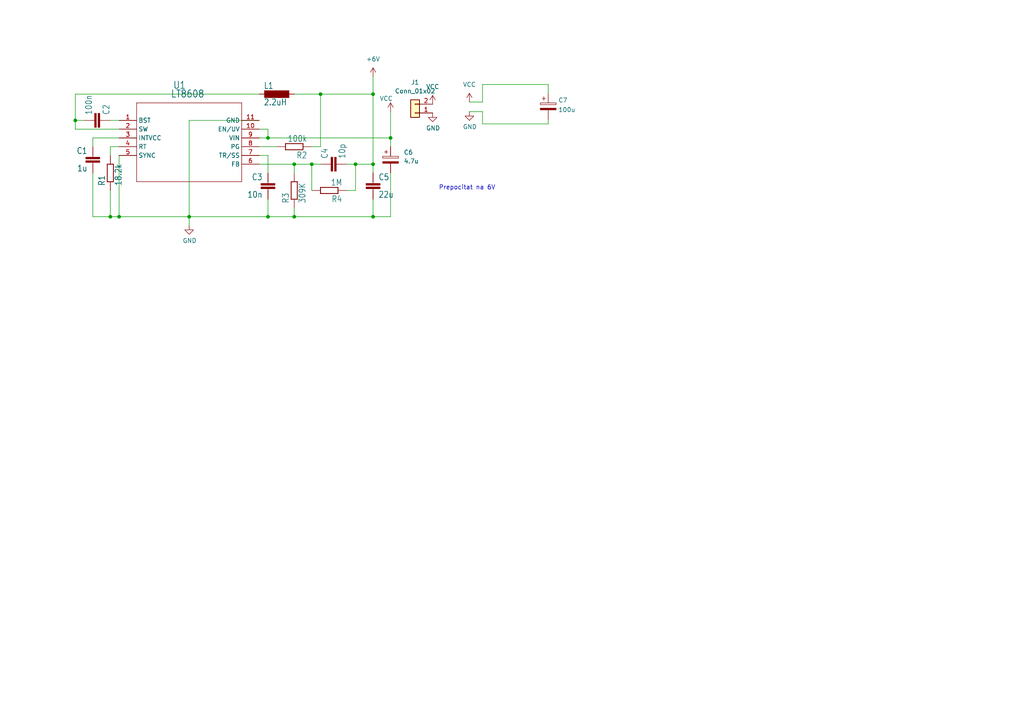
<source format=kicad_sch>
(kicad_sch (version 20230121) (generator eeschema)
  (paper "A4")
  (lib_symbols
    (symbol "Connector_Generic:Conn_01x02" (pin_names (offset 1.016) hide)
      (property "Reference" "J" (at 0 2.54 0))
      (property "Value" "Conn_01x02" (at 0 -5.08 0))
      (symbol "Conn_01x02_1_1"
        (rectangle (start -1.27 -2.413) (end 0 -2.667) (stroke (width 0.1524)))
        (rectangle (start -1.27 0.127) (end 0 -0.127) (stroke (width 0.1524)))
        (rectangle (start -1.27 1.27) (end 1.27 -3.81) (stroke (width 0.254)) (fill (type background)))
        (pin passive line (at -5.08 0 0) (length 3.81) (name "Pin_1") (number "1"))
        (pin passive line (at -5.08 -2.54 0) (length 3.81) (name "Pin_2") (number "2"))
      )
    )
    (symbol "Device:C_Polarized" (pin_numbers hide) (pin_names (offset 0.254))
      (property "Reference" "C" (at 0.635 2.54 0))
      (property "Value" "C_Polarized" (at 0.635 -2.54 0))
      (symbol "C_Polarized_0_1"
        (rectangle (start -2.286 0.508) (end 2.286 1.016))
        (polyline (pts (xy -1.778 2.286) (xy -0.762 2.286)))
        (polyline (pts (xy -1.27 2.794) (xy -1.27 1.778)))
        (rectangle (start 2.286 -0.508) (end -2.286 -1.016) (fill (type outline)))
      )
      (symbol "C_Polarized_1_1"
        (pin passive line (at 0 3.81 270) (length 2.794) (name "~") (number "1"))
        (pin passive line (at 0 -3.81 90) (length 2.794) (name "~") (number "2"))
      )
    )
    (symbol "RC_station1_3-eagle-import:C-EUC0603K"
      (property "Reference" "C" (at 1.524 0.381 0))
      (property "Value" "C-EUC0603K" (at 1.524 -4.699 0))
      (symbol "C-EUC0603K_1_0"
        (rectangle (start -2.032 -2.032) (end 2.032 -1.524) (fill (type outline)))
        (rectangle (start -2.032 -1.016) (end 2.032 -0.508) (fill (type outline)))
        (polyline (pts (xy 0 -2.54) (xy 0 -2.032)) (stroke (width 0.1524)))
        (polyline (pts (xy 0 0) (xy 0 -0.508)) (stroke (width 0.1524)))
        (pin passive line (at 0 2.54 270) (length 2.54) (name "1") (number "1"))
        (pin passive line (at 0 -5.08 90) (length 2.54) (name "2") (number "2"))
      )
    )
    (symbol "RC_station1_3-eagle-import:C-EUC1206K"
      (property "Reference" "C" (at 1.524 0.381 0))
      (property "Value" "C-EUC1206K" (at 1.524 -4.699 0))
      (symbol "C-EUC1206K_1_0"
        (rectangle (start -2.032 -2.032) (end 2.032 -1.524) (fill (type outline)))
        (rectangle (start -2.032 -1.016) (end 2.032 -0.508) (fill (type outline)))
        (polyline (pts (xy 0 -2.54) (xy 0 -2.032)) (stroke (width 0.1524)))
        (polyline (pts (xy 0 0) (xy 0 -0.508)) (stroke (width 0.1524)))
        (pin passive line (at 0 2.54 270) (length 2.54) (name "1") (number "1"))
        (pin passive line (at 0 -5.08 90) (length 2.54) (name "2") (number "2"))
      )
    )
    (symbol "RC_station1_3-eagle-import:L-EUL3225M"
      (property "Reference" "L" (at -1.4986 -3.81 90))
      (property "Value" "L-EUL3225M" (at 3.302 -3.81 90))
      (symbol "L-EUL3225M_1_0"
        (rectangle (start -1.016 -3.556) (end 1.016 3.556) (fill (type outline)))
        (pin passive line (at 0 5.08 270) (length 2.54) (name "1") (number "1"))
        (pin passive line (at 0 -5.08 90) (length 2.54) (name "2") (number "2"))
      )
    )
    (symbol "RC_station1_3-eagle-import:LT8608"
      (property "Value" "LT8608" (at -5.3594 11.6586 0))
      (symbol "LT8608_1_0"
        (polyline (pts (xy -15.24 -12.7) (xy 15.24 -12.7)) (stroke (width 0.1524)))
        (polyline (pts (xy -15.24 10.16) (xy -15.24 -12.7)) (stroke (width 0.1524)))
        (polyline (pts (xy 15.24 -12.7) (xy 15.24 10.16)) (stroke (width 0.1524)))
        (polyline (pts (xy 15.24 10.16) (xy -15.24 10.16)) (stroke (width 0.1524)))
        (pin input line (at -20.32 5.08 0) (length 5.08) (name "BST") (number "1"))
        (pin passive line (at 20.32 2.54 180) (length 5.08) (name "EN/UV") (number "10"))
        (pin power_in line (at 20.32 5.08 180) (length 5.08) (name "GND") (number "11"))
        (pin output line (at -20.32 2.54 0) (length 5.08) (name "SW") (number "2"))
        (pin passive line (at -20.32 0 0) (length 5.08) (name "INTVCC") (number "3"))
        (pin passive line (at -20.32 -2.54 0) (length 5.08) (name "RT") (number "4"))
        (pin input line (at -20.32 -5.08 0) (length 5.08) (name "SYNC") (number "5"))
        (pin passive line (at 20.32 -7.62 180) (length 5.08) (name "FB") (number "6"))
        (pin output line (at 20.32 -5.08 180) (length 5.08) (name "TR/SS") (number "7"))
        (pin output line (at 20.32 -2.54 180) (length 5.08) (name "PG") (number "8"))
        (pin input line (at 20.32 0 180) (length 5.08) (name "VIN") (number "9"))
      )
    )
    (symbol "RC_station1_3-eagle-import:R-EU_R0603"
      (property "Reference" "R" (at -3.81 1.4986 0))
      (property "Value" "R-EU_R0603" (at -3.81 -3.302 0))
      (symbol "R-EU_R0603_1_0"
        (polyline (pts (xy -2.54 -0.889) (xy -2.54 0.889)) (stroke (width 0.254)))
        (polyline (pts (xy -2.54 -0.889) (xy 2.54 -0.889)) (stroke (width 0.254)))
        (polyline (pts (xy 2.54 -0.889) (xy 2.54 0.889)) (stroke (width 0.254)))
        (polyline (pts (xy 2.54 0.889) (xy -2.54 0.889)) (stroke (width 0.254)))
        (pin passive line (at -5.08 0 0) (length 2.54) (name "1") (number "1"))
        (pin passive line (at 5.08 0 180) (length 2.54) (name "2") (number "2"))
      )
    )
    (symbol "power:+6V" (power) (pin_names (offset 0))
      (property "Value" "+6V" (at 0 3.556 0))
      (symbol "+6V_0_1"
        (polyline (pts (xy -0.762 1.27) (xy 0 2.54)))
        (polyline (pts (xy 0 0) (xy 0 2.54)))
        (polyline (pts (xy 0 2.54) (xy 0.762 1.27)))
      )
      (symbol "+6V_1_1"
        (pin power_in line (at 0 0 90) (length 0) hide (name "+6V") (number "1"))
      )
    )
    (symbol "power:GND" (power) (pin_names (offset 0))
      (property "Value" "GND" (at 0 -3.81 0))
      (symbol "GND_0_1"
        (polyline (pts (xy 0 0) (xy 0 -1.27) (xy 1.27 -1.27) (xy 0 -2.54) (xy -1.27 -1.27) (xy 0 -1.27)))
      )
      (symbol "GND_1_1"
        (pin power_in line (at 0 0 270) (length 0) hide (name "GND") (number "1"))
      )
    )
    (symbol "power:VCC" (power) (pin_names (offset 0))
      (property "Value" "VCC" (at 0 3.81 0))
      (symbol "VCC_0_1"
        (polyline (pts (xy -0.762 1.27) (xy 0 2.54)))
        (polyline (pts (xy 0 0) (xy 0 2.54)))
        (polyline (pts (xy 0 2.54) (xy 0.762 1.27)))
      )
      (symbol "VCC_1_1"
        (pin power_in line (at 0 0 90) (length 0) hide (name "VCC") (number "1"))
      )
    )
  )
  (junction (at 34.544 62.865))
  (junction (at 92.964 27.305))
  (junction (at 108.204 47.625))
  (junction (at 113.284 40.005))
  (junction (at 103.124 47.625))
  (junction (at 21.844 34.925))
  (junction (at 108.204 62.865))
  (junction (at 85.344 62.865))
  (junction (at 108.204 27.305))
  (junction (at 85.344 47.625))
  (junction (at 90.424 47.625))
  (junction (at 77.724 62.865))
  (junction (at 32.004 62.865))
  (junction (at 54.864 62.865))
  (junction (at 77.724 40.005))
  (wire (pts (xy 34.544 42.545) (xy 32.004 42.545)))
  (wire (pts (xy 108.204 27.305) (xy 108.204 22.225)))
  (wire (pts (xy 26.924 62.865) (xy 32.004 62.865)))
  (wire (pts (xy 90.424 47.625) (xy 92.964 47.625)))
  (wire (pts (xy 113.284 62.865) (xy 108.204 62.865)))
  (wire (pts (xy 139.954 35.941) (xy 159.004 35.941)))
  (wire (pts (xy 54.864 62.865) (xy 54.864 65.405)))
  (wire (pts (xy 108.204 47.625) (xy 108.204 27.305)))
  (wire (pts (xy 75.184 37.465) (xy 77.724 37.465)))
  (wire (pts (xy 77.724 62.865) (xy 54.864 62.865)))
  (wire (pts (xy 108.204 57.785) (xy 108.204 62.865)))
  (wire (pts (xy 92.964 27.305) (xy 108.204 27.305)))
  (wire (pts (xy 103.124 47.625) (xy 108.204 47.625)))
  (wire (pts (xy 159.004 27.051) (xy 159.004 24.511)))
  (wire (pts (xy 32.004 34.925) (xy 34.544 34.925)))
  (wire (pts (xy 26.924 50.165) (xy 26.924 62.865)))
  (wire (pts (xy 77.724 40.005) (xy 113.284 40.005)))
  (wire (pts (xy 136.144 29.591) (xy 139.954 29.591)))
  (wire (pts (xy 113.284 40.005) (xy 113.284 32.385)))
  (wire (pts (xy 85.344 62.865) (xy 77.724 62.865)))
  (wire (pts (xy 24.384 34.925) (xy 21.844 34.925)))
  (wire (pts (xy 54.864 34.925) (xy 54.864 62.865)))
  (wire (pts (xy 108.204 62.865) (xy 85.344 62.865)))
  (wire (pts (xy 139.954 32.385) (xy 139.954 35.941)))
  (wire (pts (xy 32.004 62.865) (xy 34.544 62.865)))
  (wire (pts (xy 77.724 37.465) (xy 77.724 40.005)))
  (wire (pts (xy 100.584 47.625) (xy 103.124 47.625)))
  (wire (pts (xy 85.344 47.625) (xy 85.344 50.165)))
  (wire (pts (xy 77.724 40.005) (xy 75.184 40.005)))
  (wire (pts (xy 92.964 42.545) (xy 92.964 27.305)))
  (wire (pts (xy 26.924 40.005) (xy 26.924 42.545)))
  (wire (pts (xy 21.844 27.305) (xy 75.184 27.305)))
  (wire (pts (xy 77.724 45.085) (xy 77.724 50.165)))
  (wire (pts (xy 77.724 57.785) (xy 77.724 62.865)))
  (wire (pts (xy 32.004 42.545) (xy 32.004 45.085)))
  (wire (pts (xy 108.204 47.625) (xy 108.204 50.165)))
  (wire (pts (xy 136.144 32.385) (xy 139.954 32.385)))
  (wire (pts (xy 32.004 55.245) (xy 32.004 62.865)))
  (wire (pts (xy 139.954 24.511) (xy 159.004 24.511)))
  (wire (pts (xy 75.184 42.545) (xy 80.264 42.545)))
  (wire (pts (xy 75.184 34.925) (xy 54.864 34.925)))
  (wire (pts (xy 103.124 47.625) (xy 103.124 55.245)))
  (wire (pts (xy 159.004 35.941) (xy 159.004 34.671)))
  (wire (pts (xy 90.424 47.625) (xy 90.424 55.245)))
  (wire (pts (xy 21.844 37.465) (xy 21.844 34.925)))
  (wire (pts (xy 85.344 60.325) (xy 85.344 62.865)))
  (wire (pts (xy 92.964 27.305) (xy 85.344 27.305)))
  (wire (pts (xy 113.284 42.545) (xy 113.284 40.005)))
  (wire (pts (xy 34.544 62.865) (xy 54.864 62.865)))
  (wire (pts (xy 113.284 50.165) (xy 113.284 62.865)))
  (wire (pts (xy 103.124 55.245) (xy 100.584 55.245)))
  (wire (pts (xy 139.954 29.591) (xy 139.954 24.511)))
  (wire (pts (xy 34.544 45.085) (xy 34.544 62.865)))
  (wire (pts (xy 34.544 40.005) (xy 26.924 40.005)))
  (wire (pts (xy 21.844 34.925) (xy 21.844 27.305)))
  (wire (pts (xy 75.184 45.085) (xy 77.724 45.085)))
  (wire (pts (xy 85.344 47.625) (xy 90.424 47.625)))
  (wire (pts (xy 90.424 42.545) (xy 92.964 42.545)))
  (wire (pts (xy 75.184 47.625) (xy 85.344 47.625)))
  (wire (pts (xy 34.544 37.465) (xy 21.844 37.465)))
  (text "Prepocitat na 6V\n" (at 127.254 55.245 0) (effects (font (size 1.27 1.27)) (justify left bottom)))
  (symbol (lib_id "RC_station1_3-eagle-import:L-EUL3225M") (at 80.264 27.305 270) (unit 1)
    (property "Reference" "L1" (at 76.454 25.8064 90) (effects (font (size 1.778 1.5113)) (justify left bottom)))
    (property "Value" "2.2uH" (at 76.454 30.607 90) (effects (font (size 1.778 1.5113)) (justify left bottom)))
    (property "Footprint" "Inductor_SMD:L_1210_3225Metric" (effects hide))
    (property "JLC" "1210" (effects hide))
    (property "LCSC" "C80783" (effects hide))
    (property "Mfr Part Number (Input)" "LQH32CN2R2M23L" (effects hide))
  )
  (symbol (lib_id "Device:C_Polarized") (at 159.004 30.861 0) (unit 1)
    (property "Reference" "C7" (at 161.925 29.0635 0) (effects (justify left)))
    (property "Value" "100u" (at 161.925 31.8386 0) (effects (justify left)))
    (property "Footprint" "Capacitor_SMD:CP_Elec_6.3x7.7" (effects hide))
    (property "JLC" "6.3x7.7" (effects hide))
    (property "Mfr Part Number (Input)" "EEE-FKV101XAL" (effects hide))
    (property "LCSC" "C1881592" (effects hide))
  )
  (symbol (lib_id "power:GND") (at 136.144 32.385 0) (unit 1)
    (property "Reference" "#PWR07" (effects hide))
    (property "Value" "GND" (at 136.271 36.7792 0))
  )
  (symbol (lib_id "RC_station1_3-eagle-import:LT8608") (at 54.864 40.005 0) (unit 1)
    (property "Reference" "U1" (at 50.1396 25.8064 0) (effects (font (size 2.0828 1.7703)) (justify left bottom)))
    (property "Value" "LT8608" (at 49.5046 28.3464 0) (effects (font (size 2.0828 1.7703)) (justify left bottom)))
    (property "Footprint" "Package_SO:MSOP-10-1EP_3x3mm_P0.5mm_EP1.68x1.88mm" (effects hide))
    (property "JLC" "MSOP-10-EP" (effects hide))
    (property "LCSC" "C580300" (effects hide))
    (property "Mfr Part Number (Input)" "LT8608IMSE#PBF" (effects hide))
  )
  (symbol (lib_id "Connector_Generic:Conn_01x02") (at 120.396 32.766 180) (unit 1)
    (property "Reference" "J1" (at 120.396 23.876 0))
    (property "Value" "Conn_01x02" (at 120.396 26.416 0))
    (property "Footprint" "Connector_AMASS:AMASS_XT60-F_1x02_P7.20mm_Vertical" (effects hide))
  )
  (symbol (lib_id "RC_station1_3-eagle-import:R-EU_R0603") (at 85.344 42.545 180) (unit 1)
    (property "Reference" "R2" (at 89.154 44.0436 0) (effects (font (size 1.778 1.5113)) (justify left bottom)))
    (property "Value" "100k" (at 89.154 39.243 0) (effects (font (size 1.778 1.5113)) (justify left bottom)))
    (property "Footprint" "Resistor_SMD:R_0603_1608Metric" (effects hide))
    (property "JLC" "0603" (effects hide))
    (property "LCSC" "C844916" (effects hide))
    (property "Mfr Part Number (Input)" "CRCW0603100KFKEA" (effects hide))
  )
  (symbol (lib_id "RC_station1_3-eagle-import:C-EUC0603K") (at 77.724 52.705 0) (mirror y) (unit 1)
    (property "Reference" "C3" (at 76.2 52.324 0) (effects (font (size 1.778 1.5113)) (justify left bottom)))
    (property "Value" "10n" (at 76.2 57.404 0) (effects (font (size 1.778 1.5113)) (justify left bottom)))
    (property "Footprint" "Capacitor_SMD:C_0603_1608Metric" (effects hide))
    (property "JLC" "0603" (effects hide))
    (property "LCSC" "C2167111" (effects hide))
    (property "Mfr Part Number (Input)" "CGA3E2X7R1H103K080AA" (effects hide))
  )
  (symbol (lib_id "RC_station1_3-eagle-import:R-EU_R0603") (at 85.344 55.245 90) (unit 1)
    (property "Reference" "R3" (at 83.8454 59.055 0) (effects (font (size 1.778 1.5113)) (justify left bottom)))
    (property "Value" "309K" (at 88.646 59.055 0) (effects (font (size 1.778 1.5113)) (justify left bottom)))
    (property "Footprint" "Resistor_SMD:R_0603_1608Metric" (effects hide))
    (property "JLC" "0603" (effects hide))
    (property "LCSC" "C4151043" (effects hide))
    (property "Mfr Part Number (Input)" "CRCW0603309KFKEA" (effects hide))
  )
  (symbol (lib_id "power:GND") (at 54.864 65.405 0) (unit 1)
    (property "Reference" "#PWR01" (effects hide))
    (property "Value" "GND" (at 54.991 69.7992 0))
  )
  (symbol (lib_id "power:GND") (at 125.476 32.766 0) (unit 1)
    (property "Reference" "#PWR05" (effects hide))
    (property "Value" "GND" (at 125.603 37.1602 0))
  )
  (symbol (lib_id "power:+6V") (at 108.204 22.225 0) (unit 1)
    (property "Reference" "#PWR02" (effects hide))
    (property "Value" "+6V" (at 108.204 17.145 0))
  )
  (symbol (lib_id "RC_station1_3-eagle-import:R-EU_R0603") (at 95.504 55.245 180) (unit 1)
    (property "Reference" "R4" (at 99.314 56.7436 0) (effects (font (size 1.778 1.5113)) (justify left bottom)))
    (property "Value" "1M" (at 99.314 51.943 0) (effects (font (size 1.778 1.5113)) (justify left bottom)))
    (property "Footprint" "Resistor_SMD:R_0603_1608Metric" (effects hide))
    (property "JLC" "0603" (effects hide))
    (property "LCSC" "C1859323" (effects hide))
    (property "Mfr Part Number (Input)" "RCC06031M00FKEA" (effects hide))
  )
  (symbol (lib_id "RC_station1_3-eagle-import:C-EUC0603K") (at 26.924 45.085 0) (mirror y) (unit 1)
    (property "Reference" "C1" (at 25.4 44.704 0) (effects (font (size 1.778 1.5113)) (justify left bottom)))
    (property "Value" "1u" (at 25.4 49.784 0) (effects (font (size 1.778 1.5113)) (justify left bottom)))
    (property "Footprint" "Capacitor_SMD:C_0603_1608Metric" (effects hide))
    (property "JLC" "0603" (effects hide))
    (property "LCSC" "C5199872" (effects hide))
    (property "Mfr Part Number (Input)" "CL10B105KB8NQNC" (effects hide))
  )
  (symbol (lib_id "power:VCC") (at 125.476 30.226 0) (unit 1)
    (property "Reference" "#PWR04" (effects hide))
    (property "Value" "VCC" (at 125.476 25.146 0))
  )
  (symbol (lib_id "Device:C_Polarized") (at 113.284 46.355 0) (unit 1)
    (property "Reference" "C6" (at 117.094 44.1959 0) (effects (justify left)))
    (property "Value" "4.7u" (at 117.094 46.7359 0) (effects (justify left)))
    (property "Footprint" "Capacitor_Tantalum_SMD:CP_EIA-7343-15_Kemet-W" (effects hide))
    (property "JLC" "7343" (effects hide))
    (property "Mfr Part Number (Input)" "293D475X9050D2TE3" (effects hide))
    (property "LCSC" "C3097776" (effects hide))
  )
  (symbol (lib_id "power:VCC") (at 113.284 32.385 0) (unit 1)
    (property "Reference" "#PWR03" (effects hide))
    (property "Value" "VCC" (at 112.014 28.575 0))
  )
  (symbol (lib_id "RC_station1_3-eagle-import:C-EUC1206K") (at 108.204 52.705 0) (unit 1)
    (property "Reference" "C5" (at 109.728 52.324 0) (effects (font (size 1.778 1.5113)) (justify left bottom)))
    (property "Value" "22u" (at 109.728 57.404 0) (effects (font (size 1.778 1.5113)) (justify left bottom)))
    (property "Footprint" "Capacitor_SMD:C_1206_3216Metric" (effects hide))
    (property "JLC" "1206" (effects hide))
    (property "LCSC" "C408152" (effects hide))
    (property "Mfr Part Number (Input)" "GRM31CR70J226KE19L" (effects hide))
  )
  (symbol (lib_id "RC_station1_3-eagle-import:C-EUC0603K") (at 95.504 47.625 90) (unit 1)
    (property "Reference" "C4" (at 95.123 46.101 0) (effects (font (size 1.778 1.5113)) (justify left bottom)))
    (property "Value" "10p" (at 100.203 46.101 0) (effects (font (size 1.778 1.5113)) (justify left bottom)))
    (property "Footprint" "Capacitor_SMD:C_0603_1608Metric" (effects hide))
    (property "JLC" "0603" (effects hide))
    (property "LCSC" "C2180064" (effects hide))
    (property "Mfr Part Number (Input)" "C0603C100J1GACAUTO" (effects hide))
  )
  (symbol (lib_id "power:VCC") (at 136.144 29.591 0) (unit 1)
    (property "Reference" "#PWR06" (effects hide))
    (property "Value" "VCC" (at 136.144 24.511 0))
  )
  (symbol (lib_id "RC_station1_3-eagle-import:C-EUC0603K") (at 29.464 34.925 270) (mirror x) (unit 1)
    (property "Reference" "C2" (at 29.845 33.401 0) (effects (font (size 1.778 1.5113)) (justify left bottom)))
    (property "Value" "100n" (at 24.765 33.401 0) (effects (font (size 1.778 1.5113)) (justify left bottom)))
    (property "Footprint" "Capacitor_SMD:C_0603_1608Metric" (effects hide))
    (property "JLC" "0603" (effects hide))
    (property "LCSC" "C599650" (effects hide))
    (property "Mfr Part Number (Input)" "C0603C104K5RAC7411" (effects hide))
  )
  (symbol (lib_id "RC_station1_3-eagle-import:R-EU_R0603") (at 32.004 50.165 90) (unit 1)
    (property "Reference" "R1" (at 30.5054 53.975 0) (effects (font (size 1.778 1.5113)) (justify left bottom)))
    (property "Value" "18.2k" (at 35.306 53.975 0) (effects (font (size 1.778 1.5113)) (justify left bottom)))
    (property "Footprint" "Resistor_SMD:R_0603_1608Metric" (effects hide))
    (property "JLC" "0603" (effects hide))
    (property "LCSC" "C844532" (effects hide))
    (property "Mfr Part Number (Input)" "CRCW060318K2FKEA" (effects hide))
  )
)
</source>
